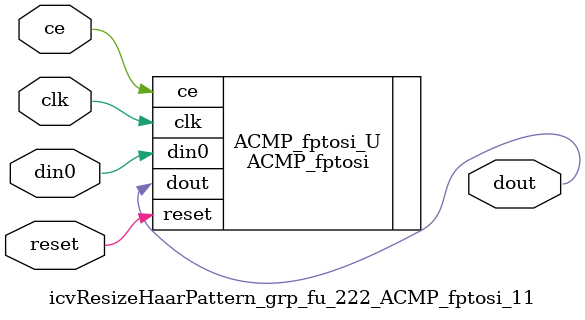
<source format=v>

`timescale 1 ns / 1 ps
module icvResizeHaarPattern_grp_fu_222_ACMP_fptosi_11(
    clk,
    reset,
    ce,
    din0,
    dout);

parameter ID = 32'd1;
parameter NUM_STAGE = 32'd1;
parameter din0_WIDTH = 32'd1;
parameter dout_WIDTH = 32'd1;
input clk;
input reset;
input ce;
input[din0_WIDTH - 1:0] din0;
output[dout_WIDTH - 1:0] dout;



ACMP_fptosi #(
.ID( ID ),
.NUM_STAGE( 3 ),
.din0_WIDTH( din0_WIDTH ),
.dout_WIDTH( dout_WIDTH ))
ACMP_fptosi_U(
    .clk( clk ),
    .reset( reset ),
    .ce( ce ),
    .din0( din0 ),
    .dout( dout ));

endmodule

</source>
